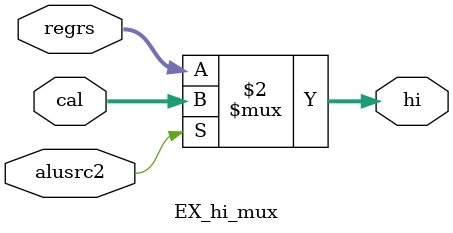
<source format=v>
`timescale 1ns / 1ps


module EX_hi_mux(
            input alusrc2,
            input [31:0] cal,regrs,
            output [31:0] hi
    );
    
            assign hi = (alusrc2 == 1'b0)       ?       regrs       :       cal;
                  
endmodule

</source>
